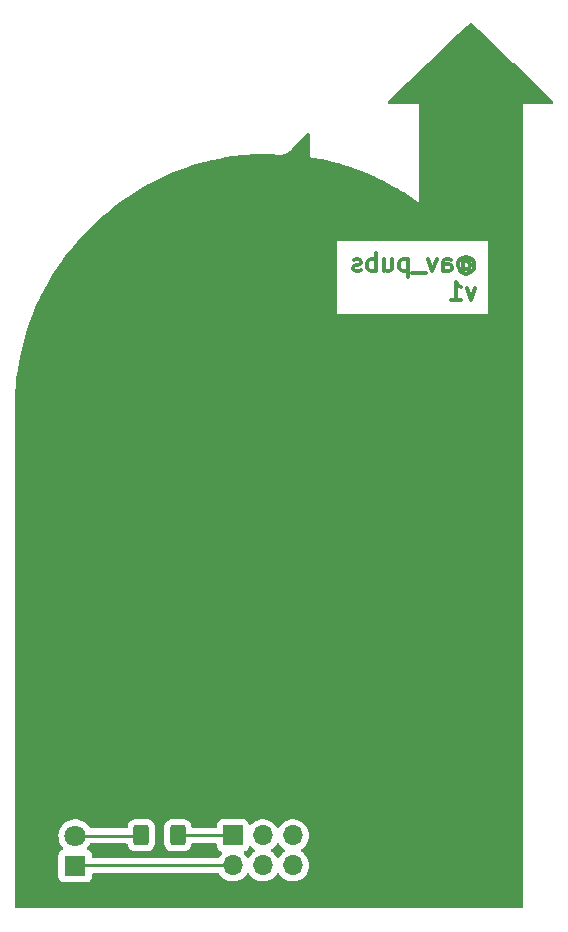
<source format=gbr>
G04 #@! TF.GenerationSoftware,KiCad,Pcbnew,(6.99.0-2452-gdb4f2d9dd8)*
G04 #@! TF.CreationDate,2022-08-02T18:55:21-05:00*
G04 #@! TF.ProjectId,AIAA,41494141-2e6b-4696-9361-645f70636258,rev?*
G04 #@! TF.SameCoordinates,Original*
G04 #@! TF.FileFunction,Copper,L2,Bot*
G04 #@! TF.FilePolarity,Positive*
%FSLAX46Y46*%
G04 Gerber Fmt 4.6, Leading zero omitted, Abs format (unit mm)*
G04 Created by KiCad (PCBNEW (6.99.0-2452-gdb4f2d9dd8)) date 2022-08-02 18:55:21*
%MOMM*%
%LPD*%
G01*
G04 APERTURE LIST*
G04 Aperture macros list*
%AMRoundRect*
0 Rectangle with rounded corners*
0 $1 Rounding radius*
0 $2 $3 $4 $5 $6 $7 $8 $9 X,Y pos of 4 corners*
0 Add a 4 corners polygon primitive as box body*
4,1,4,$2,$3,$4,$5,$6,$7,$8,$9,$2,$3,0*
0 Add four circle primitives for the rounded corners*
1,1,$1+$1,$2,$3*
1,1,$1+$1,$4,$5*
1,1,$1+$1,$6,$7*
1,1,$1+$1,$8,$9*
0 Add four rect primitives between the rounded corners*
20,1,$1+$1,$2,$3,$4,$5,0*
20,1,$1+$1,$4,$5,$6,$7,0*
20,1,$1+$1,$6,$7,$8,$9,0*
20,1,$1+$1,$8,$9,$2,$3,0*%
G04 Aperture macros list end*
%ADD10C,0.300000*%
G04 #@! TA.AperFunction,NonConductor*
%ADD11C,0.300000*%
G04 #@! TD*
G04 #@! TA.AperFunction,ComponentPad*
%ADD12R,1.800000X1.800000*%
G04 #@! TD*
G04 #@! TA.AperFunction,ComponentPad*
%ADD13C,1.800000*%
G04 #@! TD*
G04 #@! TA.AperFunction,ComponentPad*
%ADD14R,1.700000X1.700000*%
G04 #@! TD*
G04 #@! TA.AperFunction,ComponentPad*
%ADD15O,1.700000X1.700000*%
G04 #@! TD*
G04 #@! TA.AperFunction,SMDPad,CuDef*
%ADD16RoundRect,0.250000X-0.400000X-0.625000X0.400000X-0.625000X0.400000X0.625000X-0.400000X0.625000X0*%
G04 #@! TD*
G04 #@! TA.AperFunction,Conductor*
%ADD17C,0.250000*%
G04 #@! TD*
G04 APERTURE END LIST*
D10*
D11*
X100214285Y-115429285D02*
X100285714Y-115357857D01*
X100285714Y-115357857D02*
X100428571Y-115286428D01*
X100428571Y-115286428D02*
X100571428Y-115286428D01*
X100571428Y-115286428D02*
X100714285Y-115357857D01*
X100714285Y-115357857D02*
X100785714Y-115429285D01*
X100785714Y-115429285D02*
X100857142Y-115572142D01*
X100857142Y-115572142D02*
X100857142Y-115715000D01*
X100857142Y-115715000D02*
X100785714Y-115857857D01*
X100785714Y-115857857D02*
X100714285Y-115929285D01*
X100714285Y-115929285D02*
X100571428Y-116000714D01*
X100571428Y-116000714D02*
X100428571Y-116000714D01*
X100428571Y-116000714D02*
X100285714Y-115929285D01*
X100285714Y-115929285D02*
X100214285Y-115857857D01*
X100214285Y-115286428D02*
X100214285Y-115857857D01*
X100214285Y-115857857D02*
X100142857Y-115929285D01*
X100142857Y-115929285D02*
X100071428Y-115929285D01*
X100071428Y-115929285D02*
X99928571Y-115857857D01*
X99928571Y-115857857D02*
X99857142Y-115715000D01*
X99857142Y-115715000D02*
X99857142Y-115357857D01*
X99857142Y-115357857D02*
X100000000Y-115143571D01*
X100000000Y-115143571D02*
X100214285Y-115000714D01*
X100214285Y-115000714D02*
X100500000Y-114929285D01*
X100500000Y-114929285D02*
X100785714Y-115000714D01*
X100785714Y-115000714D02*
X101000000Y-115143571D01*
X101000000Y-115143571D02*
X101142857Y-115357857D01*
X101142857Y-115357857D02*
X101214285Y-115643571D01*
X101214285Y-115643571D02*
X101142857Y-115929285D01*
X101142857Y-115929285D02*
X101000000Y-116143571D01*
X101000000Y-116143571D02*
X100785714Y-116286428D01*
X100785714Y-116286428D02*
X100500000Y-116357857D01*
X100500000Y-116357857D02*
X100214285Y-116286428D01*
X100214285Y-116286428D02*
X100000000Y-116143571D01*
X98571429Y-116143571D02*
X98571429Y-115357857D01*
X98571429Y-115357857D02*
X98642857Y-115215000D01*
X98642857Y-115215000D02*
X98785714Y-115143571D01*
X98785714Y-115143571D02*
X99071429Y-115143571D01*
X99071429Y-115143571D02*
X99214286Y-115215000D01*
X98571429Y-116072142D02*
X98714286Y-116143571D01*
X98714286Y-116143571D02*
X99071429Y-116143571D01*
X99071429Y-116143571D02*
X99214286Y-116072142D01*
X99214286Y-116072142D02*
X99285714Y-115929285D01*
X99285714Y-115929285D02*
X99285714Y-115786428D01*
X99285714Y-115786428D02*
X99214286Y-115643571D01*
X99214286Y-115643571D02*
X99071429Y-115572142D01*
X99071429Y-115572142D02*
X98714286Y-115572142D01*
X98714286Y-115572142D02*
X98571429Y-115500714D01*
X98000000Y-115143571D02*
X97642857Y-116143571D01*
X97642857Y-116143571D02*
X97285714Y-115143571D01*
X97071429Y-116286428D02*
X95928571Y-116286428D01*
X95571429Y-115143571D02*
X95571429Y-116643571D01*
X95571429Y-115215000D02*
X95428572Y-115143571D01*
X95428572Y-115143571D02*
X95142857Y-115143571D01*
X95142857Y-115143571D02*
X95000000Y-115215000D01*
X95000000Y-115215000D02*
X94928572Y-115286428D01*
X94928572Y-115286428D02*
X94857143Y-115429285D01*
X94857143Y-115429285D02*
X94857143Y-115857857D01*
X94857143Y-115857857D02*
X94928572Y-116000714D01*
X94928572Y-116000714D02*
X95000000Y-116072142D01*
X95000000Y-116072142D02*
X95142857Y-116143571D01*
X95142857Y-116143571D02*
X95428572Y-116143571D01*
X95428572Y-116143571D02*
X95571429Y-116072142D01*
X93571429Y-115143571D02*
X93571429Y-116143571D01*
X94214286Y-115143571D02*
X94214286Y-115929285D01*
X94214286Y-115929285D02*
X94142857Y-116072142D01*
X94142857Y-116072142D02*
X94000000Y-116143571D01*
X94000000Y-116143571D02*
X93785714Y-116143571D01*
X93785714Y-116143571D02*
X93642857Y-116072142D01*
X93642857Y-116072142D02*
X93571429Y-116000714D01*
X92857143Y-116143571D02*
X92857143Y-114643571D01*
X92857143Y-115215000D02*
X92714286Y-115143571D01*
X92714286Y-115143571D02*
X92428571Y-115143571D01*
X92428571Y-115143571D02*
X92285714Y-115215000D01*
X92285714Y-115215000D02*
X92214286Y-115286428D01*
X92214286Y-115286428D02*
X92142857Y-115429285D01*
X92142857Y-115429285D02*
X92142857Y-115857857D01*
X92142857Y-115857857D02*
X92214286Y-116000714D01*
X92214286Y-116000714D02*
X92285714Y-116072142D01*
X92285714Y-116072142D02*
X92428571Y-116143571D01*
X92428571Y-116143571D02*
X92714286Y-116143571D01*
X92714286Y-116143571D02*
X92857143Y-116072142D01*
X91571428Y-116072142D02*
X91428571Y-116143571D01*
X91428571Y-116143571D02*
X91142857Y-116143571D01*
X91142857Y-116143571D02*
X91000000Y-116072142D01*
X91000000Y-116072142D02*
X90928571Y-115929285D01*
X90928571Y-115929285D02*
X90928571Y-115857857D01*
X90928571Y-115857857D02*
X91000000Y-115715000D01*
X91000000Y-115715000D02*
X91142857Y-115643571D01*
X91142857Y-115643571D02*
X91357143Y-115643571D01*
X91357143Y-115643571D02*
X91500000Y-115572142D01*
X91500000Y-115572142D02*
X91571428Y-115429285D01*
X91571428Y-115429285D02*
X91571428Y-115357857D01*
X91571428Y-115357857D02*
X91500000Y-115215000D01*
X91500000Y-115215000D02*
X91357143Y-115143571D01*
X91357143Y-115143571D02*
X91142857Y-115143571D01*
X91142857Y-115143571D02*
X91000000Y-115215000D01*
X101285714Y-117573571D02*
X100928571Y-118573571D01*
X100928571Y-118573571D02*
X100571428Y-117573571D01*
X99214285Y-118573571D02*
X100071428Y-118573571D01*
X99642857Y-118573571D02*
X99642857Y-117073571D01*
X99642857Y-117073571D02*
X99785714Y-117287857D01*
X99785714Y-117287857D02*
X99928571Y-117430714D01*
X99928571Y-117430714D02*
X100071428Y-117502142D01*
D12*
X67399999Y-166499999D03*
D13*
X67400000Y-163960000D03*
D14*
X80759999Y-163929999D03*
D15*
X80759999Y-166469999D03*
X83299999Y-163929999D03*
X83299999Y-166469999D03*
X85839999Y-163929999D03*
X85839999Y-166469999D03*
D16*
X73000000Y-163900000D03*
X76100000Y-163900000D03*
D17*
X80760000Y-166470000D02*
X67430000Y-166470000D01*
X67430000Y-166470000D02*
X67400000Y-166500000D01*
X73000000Y-163900000D02*
X72940000Y-163960000D01*
X72940000Y-163960000D02*
X67400000Y-163960000D01*
X80760000Y-163930000D02*
X76130000Y-163930000D01*
X76130000Y-163930000D02*
X76100000Y-163900000D01*
G04 #@! TA.AperFunction,NonConductor*
G36*
X82283439Y-164841388D02*
G01*
X82315755Y-164866638D01*
X82336526Y-164889201D01*
X82376760Y-164932906D01*
X82380879Y-164936112D01*
X82533364Y-165054797D01*
X82554424Y-165071189D01*
X82573354Y-165081433D01*
X82587680Y-165089186D01*
X82638071Y-165139199D01*
X82653423Y-165208516D01*
X82628863Y-165275129D01*
X82587681Y-165310813D01*
X82554424Y-165328811D01*
X82550313Y-165332010D01*
X82550311Y-165332012D01*
X82395861Y-165452227D01*
X82376760Y-165467094D01*
X82373228Y-165470931D01*
X82227806Y-165628899D01*
X82227803Y-165628903D01*
X82224278Y-165632732D01*
X82221427Y-165637096D01*
X82135483Y-165768643D01*
X82081479Y-165814732D01*
X82011132Y-165824307D01*
X81946774Y-165794330D01*
X81924517Y-165768643D01*
X81838573Y-165637096D01*
X81835722Y-165632732D01*
X81832197Y-165628903D01*
X81832194Y-165628899D01*
X81692525Y-165477180D01*
X81661104Y-165413515D01*
X81669091Y-165342969D01*
X81713949Y-165287940D01*
X81741191Y-165273787D01*
X81856204Y-165230889D01*
X81868536Y-165221658D01*
X81966050Y-165148659D01*
X81973261Y-165143261D01*
X82029610Y-165067988D01*
X82055489Y-165033418D01*
X82055490Y-165033416D01*
X82060889Y-165026204D01*
X82104998Y-164907944D01*
X82147545Y-164851108D01*
X82214065Y-164826297D01*
X82283439Y-164841388D01*
G37*
G04 #@! TD.AperFunction*
G04 #@! TA.AperFunction,NonConductor*
G36*
X84653226Y-164605670D02*
G01*
X84675483Y-164631357D01*
X84764278Y-164767268D01*
X84767803Y-164771097D01*
X84767806Y-164771101D01*
X84841459Y-164851108D01*
X84916760Y-164932906D01*
X84920879Y-164936112D01*
X85073364Y-165054797D01*
X85094424Y-165071189D01*
X85113354Y-165081433D01*
X85127680Y-165089186D01*
X85178071Y-165139199D01*
X85193423Y-165208516D01*
X85168863Y-165275129D01*
X85127681Y-165310813D01*
X85094424Y-165328811D01*
X85090313Y-165332010D01*
X85090311Y-165332012D01*
X84935861Y-165452227D01*
X84916760Y-165467094D01*
X84913228Y-165470931D01*
X84767806Y-165628899D01*
X84767803Y-165628903D01*
X84764278Y-165632732D01*
X84761427Y-165637096D01*
X84675483Y-165768643D01*
X84621479Y-165814732D01*
X84551132Y-165824307D01*
X84486774Y-165794330D01*
X84464517Y-165768643D01*
X84378573Y-165637096D01*
X84375722Y-165632732D01*
X84372197Y-165628903D01*
X84372194Y-165628899D01*
X84226772Y-165470931D01*
X84223240Y-165467094D01*
X84204139Y-165452227D01*
X84049689Y-165332012D01*
X84049687Y-165332010D01*
X84045576Y-165328811D01*
X84012320Y-165310814D01*
X83961929Y-165260801D01*
X83946577Y-165191484D01*
X83971137Y-165124871D01*
X84012320Y-165089186D01*
X84026647Y-165081433D01*
X84045576Y-165071189D01*
X84066637Y-165054797D01*
X84219121Y-164936112D01*
X84223240Y-164932906D01*
X84298541Y-164851108D01*
X84372194Y-164771101D01*
X84372197Y-164771097D01*
X84375722Y-164767268D01*
X84464517Y-164631357D01*
X84518521Y-164585268D01*
X84588868Y-164575693D01*
X84653226Y-164605670D01*
G37*
G04 #@! TD.AperFunction*
G04 #@! TA.AperFunction,NonConductor*
G36*
X100948606Y-95152341D02*
G01*
X100983984Y-95175369D01*
X101197199Y-95372148D01*
X101198209Y-95373092D01*
X101980452Y-96113065D01*
X101981014Y-96113597D01*
X101981548Y-96114105D01*
X103127322Y-97210746D01*
X103127638Y-97211049D01*
X104517366Y-98550465D01*
X104516914Y-98550934D01*
X104517072Y-98551053D01*
X104517508Y-98550602D01*
X104536310Y-98568778D01*
X107866354Y-101787914D01*
X107901429Y-101849641D01*
X107897564Y-101920532D01*
X107855986Y-101978080D01*
X107789895Y-102004014D01*
X107780693Y-102004490D01*
X106693888Y-102020990D01*
X106693885Y-102020790D01*
X106693753Y-102020820D01*
X106693756Y-102020992D01*
X105301007Y-102042138D01*
X105300911Y-102042098D01*
X105300812Y-102042139D01*
X105300807Y-102042141D01*
X105300804Y-102042141D01*
X105300728Y-102042174D01*
X105300528Y-102042256D01*
X105300526Y-102042260D01*
X105300522Y-102042262D01*
X105300443Y-102042461D01*
X105300370Y-102042639D01*
X105300372Y-102042643D01*
X105300370Y-102042647D01*
X105300411Y-102042742D01*
X105292579Y-115473531D01*
X105292538Y-115473631D01*
X105292579Y-115473730D01*
X105292343Y-130935034D01*
X105292302Y-130935133D01*
X105292343Y-130935232D01*
X105292343Y-169973493D01*
X105272341Y-170041614D01*
X105218685Y-170088107D01*
X105166343Y-170099493D01*
X62439843Y-170099493D01*
X62371722Y-170079491D01*
X62325229Y-170025835D01*
X62313843Y-169973493D01*
X62313843Y-163960000D01*
X65986673Y-163960000D01*
X65987103Y-163965189D01*
X66002779Y-164154368D01*
X66005949Y-164192626D01*
X66007230Y-164197684D01*
X66007230Y-164197685D01*
X66052739Y-164377394D01*
X66063251Y-164418907D01*
X66065343Y-164423677D01*
X66065344Y-164423679D01*
X66154921Y-164627893D01*
X66157016Y-164632669D01*
X66159866Y-164637031D01*
X66159868Y-164637035D01*
X66244954Y-164767268D01*
X66284686Y-164828083D01*
X66288211Y-164831912D01*
X66288214Y-164831916D01*
X66328349Y-164875513D01*
X66369843Y-164920587D01*
X66401263Y-164984251D01*
X66393276Y-165054797D01*
X66348418Y-165109826D01*
X66321174Y-165123979D01*
X66262242Y-165145960D01*
X66262238Y-165145962D01*
X66253796Y-165149111D01*
X66136739Y-165236739D01*
X66131341Y-165243950D01*
X66067815Y-165328811D01*
X66049111Y-165353796D01*
X65998011Y-165490799D01*
X65991500Y-165551362D01*
X65991500Y-167448638D01*
X65998011Y-167509201D01*
X66049111Y-167646204D01*
X66136739Y-167763261D01*
X66253796Y-167850889D01*
X66390799Y-167901989D01*
X66427705Y-167905957D01*
X66448012Y-167908140D01*
X66448015Y-167908140D01*
X66451362Y-167908500D01*
X68348638Y-167908500D01*
X68351985Y-167908140D01*
X68351988Y-167908140D01*
X68372295Y-167905957D01*
X68409201Y-167901989D01*
X68546204Y-167850889D01*
X68663261Y-167763261D01*
X68750889Y-167646204D01*
X68801989Y-167509201D01*
X68808500Y-167448638D01*
X68808500Y-167229500D01*
X68828502Y-167161379D01*
X68882158Y-167114886D01*
X68934500Y-167103500D01*
X79482962Y-167103500D01*
X79551083Y-167123502D01*
X79588444Y-167160583D01*
X79684278Y-167307268D01*
X79687803Y-167311097D01*
X79687806Y-167311101D01*
X79789360Y-167421417D01*
X79836760Y-167472906D01*
X80014424Y-167611189D01*
X80212426Y-167718342D01*
X80425365Y-167791444D01*
X80430499Y-167792301D01*
X80430504Y-167792302D01*
X80642294Y-167827643D01*
X80642296Y-167827643D01*
X80647431Y-167828500D01*
X80872569Y-167828500D01*
X80877704Y-167827643D01*
X80877706Y-167827643D01*
X81089496Y-167792302D01*
X81089501Y-167792301D01*
X81094635Y-167791444D01*
X81307574Y-167718342D01*
X81505576Y-167611189D01*
X81683240Y-167472906D01*
X81730640Y-167421417D01*
X81832194Y-167311101D01*
X81832197Y-167311097D01*
X81835722Y-167307268D01*
X81924517Y-167171357D01*
X81978521Y-167125268D01*
X82048868Y-167115693D01*
X82113226Y-167145670D01*
X82135483Y-167171357D01*
X82224278Y-167307268D01*
X82227803Y-167311097D01*
X82227806Y-167311101D01*
X82329360Y-167421417D01*
X82376760Y-167472906D01*
X82554424Y-167611189D01*
X82752426Y-167718342D01*
X82965365Y-167791444D01*
X82970499Y-167792301D01*
X82970504Y-167792302D01*
X83182294Y-167827643D01*
X83182296Y-167827643D01*
X83187431Y-167828500D01*
X83412569Y-167828500D01*
X83417704Y-167827643D01*
X83417706Y-167827643D01*
X83629496Y-167792302D01*
X83629501Y-167792301D01*
X83634635Y-167791444D01*
X83847574Y-167718342D01*
X84045576Y-167611189D01*
X84223240Y-167472906D01*
X84270640Y-167421417D01*
X84372194Y-167311101D01*
X84372197Y-167311097D01*
X84375722Y-167307268D01*
X84464517Y-167171357D01*
X84518521Y-167125268D01*
X84588868Y-167115693D01*
X84653226Y-167145670D01*
X84675483Y-167171357D01*
X84764278Y-167307268D01*
X84767803Y-167311097D01*
X84767806Y-167311101D01*
X84869360Y-167421417D01*
X84916760Y-167472906D01*
X85094424Y-167611189D01*
X85292426Y-167718342D01*
X85505365Y-167791444D01*
X85510499Y-167792301D01*
X85510504Y-167792302D01*
X85722294Y-167827643D01*
X85722296Y-167827643D01*
X85727431Y-167828500D01*
X85952569Y-167828500D01*
X85957704Y-167827643D01*
X85957706Y-167827643D01*
X86169496Y-167792302D01*
X86169501Y-167792301D01*
X86174635Y-167791444D01*
X86387574Y-167718342D01*
X86585576Y-167611189D01*
X86763240Y-167472906D01*
X86810640Y-167421417D01*
X86912194Y-167311101D01*
X86912197Y-167311097D01*
X86915722Y-167307268D01*
X87011036Y-167161379D01*
X87036008Y-167123157D01*
X87036010Y-167123153D01*
X87038860Y-167118791D01*
X87045568Y-167103500D01*
X87127200Y-166917394D01*
X87129296Y-166912616D01*
X87184564Y-166694368D01*
X87203156Y-166470000D01*
X87184564Y-166245632D01*
X87129296Y-166027384D01*
X87098509Y-165957196D01*
X87040954Y-165825982D01*
X87040952Y-165825978D01*
X87038860Y-165821209D01*
X87035783Y-165816498D01*
X86918573Y-165637096D01*
X86915722Y-165632732D01*
X86912197Y-165628903D01*
X86912194Y-165628899D01*
X86766772Y-165470931D01*
X86763240Y-165467094D01*
X86744139Y-165452227D01*
X86589689Y-165332012D01*
X86589687Y-165332010D01*
X86585576Y-165328811D01*
X86552320Y-165310814D01*
X86501929Y-165260801D01*
X86486577Y-165191484D01*
X86511137Y-165124871D01*
X86552320Y-165089186D01*
X86566647Y-165081433D01*
X86585576Y-165071189D01*
X86606637Y-165054797D01*
X86759121Y-164936112D01*
X86763240Y-164932906D01*
X86838541Y-164851108D01*
X86912194Y-164771101D01*
X86912197Y-164771097D01*
X86915722Y-164767268D01*
X86977579Y-164672589D01*
X87036008Y-164583157D01*
X87036010Y-164583153D01*
X87038860Y-164578791D01*
X87045568Y-164563500D01*
X87127200Y-164377394D01*
X87129296Y-164372616D01*
X87184564Y-164154368D01*
X87203156Y-163930000D01*
X87201976Y-163915763D01*
X87184995Y-163710828D01*
X87184994Y-163710823D01*
X87184564Y-163705632D01*
X87129296Y-163487384D01*
X87098509Y-163417196D01*
X87040954Y-163285982D01*
X87040952Y-163285978D01*
X87038860Y-163281209D01*
X87035783Y-163276498D01*
X86918573Y-163097096D01*
X86915722Y-163092732D01*
X86912197Y-163088903D01*
X86912194Y-163088899D01*
X86766772Y-162930931D01*
X86763240Y-162927094D01*
X86609711Y-162807596D01*
X86589689Y-162792012D01*
X86589687Y-162792010D01*
X86585576Y-162788811D01*
X86387574Y-162681658D01*
X86174635Y-162608556D01*
X86169501Y-162607699D01*
X86169496Y-162607698D01*
X85957706Y-162572357D01*
X85957704Y-162572357D01*
X85952569Y-162571500D01*
X85727431Y-162571500D01*
X85722296Y-162572357D01*
X85722294Y-162572357D01*
X85510504Y-162607698D01*
X85510499Y-162607699D01*
X85505365Y-162608556D01*
X85292426Y-162681658D01*
X85094424Y-162788811D01*
X85090313Y-162792010D01*
X85090311Y-162792012D01*
X85070289Y-162807596D01*
X84916760Y-162927094D01*
X84913228Y-162930931D01*
X84767806Y-163088899D01*
X84767803Y-163088903D01*
X84764278Y-163092732D01*
X84713470Y-163170500D01*
X84675483Y-163228643D01*
X84621479Y-163274732D01*
X84551132Y-163284307D01*
X84486774Y-163254330D01*
X84464517Y-163228643D01*
X84426530Y-163170500D01*
X84375722Y-163092732D01*
X84372197Y-163088903D01*
X84372194Y-163088899D01*
X84226772Y-162930931D01*
X84223240Y-162927094D01*
X84069711Y-162807596D01*
X84049689Y-162792012D01*
X84049687Y-162792010D01*
X84045576Y-162788811D01*
X83847574Y-162681658D01*
X83634635Y-162608556D01*
X83629501Y-162607699D01*
X83629496Y-162607698D01*
X83417706Y-162572357D01*
X83417704Y-162572357D01*
X83412569Y-162571500D01*
X83187431Y-162571500D01*
X83182296Y-162572357D01*
X83182294Y-162572357D01*
X82970504Y-162607698D01*
X82970499Y-162607699D01*
X82965365Y-162608556D01*
X82752426Y-162681658D01*
X82554424Y-162788811D01*
X82550313Y-162792010D01*
X82550311Y-162792012D01*
X82530289Y-162807596D01*
X82376760Y-162927094D01*
X82373228Y-162930931D01*
X82315755Y-162993362D01*
X82254901Y-163029933D01*
X82183937Y-163027798D01*
X82125392Y-162987636D01*
X82104998Y-162952056D01*
X82064038Y-162842239D01*
X82064037Y-162842237D01*
X82060889Y-162833796D01*
X81973261Y-162716739D01*
X81908413Y-162668194D01*
X81863418Y-162634511D01*
X81863416Y-162634510D01*
X81856204Y-162629111D01*
X81719201Y-162578011D01*
X81682295Y-162574043D01*
X81661988Y-162571860D01*
X81661985Y-162571860D01*
X81658638Y-162571500D01*
X79861362Y-162571500D01*
X79858015Y-162571860D01*
X79858012Y-162571860D01*
X79837705Y-162574043D01*
X79800799Y-162578011D01*
X79663796Y-162629111D01*
X79656584Y-162634510D01*
X79656582Y-162634511D01*
X79611587Y-162668194D01*
X79546739Y-162716739D01*
X79459111Y-162833796D01*
X79408011Y-162970799D01*
X79401500Y-163031362D01*
X79401500Y-163170500D01*
X79381498Y-163238621D01*
X79327842Y-163285114D01*
X79275500Y-163296500D01*
X77379643Y-163296500D01*
X77311522Y-163276498D01*
X77265029Y-163222842D01*
X77254295Y-163183304D01*
X77248586Y-163127412D01*
X77248585Y-163127408D01*
X77247887Y-163120574D01*
X77192115Y-162952262D01*
X77099030Y-162801348D01*
X76973652Y-162675970D01*
X76822738Y-162582885D01*
X76728023Y-162551500D01*
X76660952Y-162529275D01*
X76660948Y-162529274D01*
X76654426Y-162527113D01*
X76647592Y-162526415D01*
X76647588Y-162526414D01*
X76553729Y-162516825D01*
X76553723Y-162516825D01*
X76550545Y-162516500D01*
X76100071Y-162516500D01*
X75649456Y-162516501D01*
X75646279Y-162516826D01*
X75646270Y-162516826D01*
X75597533Y-162521805D01*
X75545574Y-162527113D01*
X75377262Y-162582885D01*
X75226348Y-162675970D01*
X75100970Y-162801348D01*
X75007885Y-162952262D01*
X74994266Y-162993362D01*
X74959893Y-163097096D01*
X74952113Y-163120574D01*
X74941500Y-163224455D01*
X74941501Y-164575544D01*
X74941826Y-164578721D01*
X74941826Y-164578730D01*
X74946805Y-164627467D01*
X74952113Y-164679426D01*
X75007885Y-164847738D01*
X75100970Y-164998652D01*
X75226348Y-165124030D01*
X75232595Y-165127883D01*
X75232596Y-165127884D01*
X75275765Y-165154511D01*
X75377262Y-165217115D01*
X75440807Y-165238171D01*
X75539048Y-165270725D01*
X75539052Y-165270726D01*
X75545574Y-165272887D01*
X75552408Y-165273585D01*
X75552412Y-165273586D01*
X75646271Y-165283175D01*
X75646277Y-165283175D01*
X75649455Y-165283500D01*
X76099929Y-165283500D01*
X76550544Y-165283499D01*
X76553721Y-165283174D01*
X76553730Y-165283174D01*
X76602467Y-165278195D01*
X76654426Y-165272887D01*
X76822738Y-165217115D01*
X76924235Y-165154511D01*
X76967404Y-165127884D01*
X76967405Y-165127883D01*
X76973652Y-165124030D01*
X77099030Y-164998652D01*
X77192115Y-164847738D01*
X77213171Y-164784193D01*
X77245725Y-164685952D01*
X77245726Y-164685948D01*
X77247887Y-164679426D01*
X77248586Y-164672588D01*
X77250027Y-164665855D01*
X77252384Y-164666360D01*
X77274985Y-164610963D01*
X77333087Y-164570162D01*
X77373514Y-164563500D01*
X79275500Y-164563500D01*
X79343621Y-164583502D01*
X79390114Y-164637158D01*
X79401500Y-164689500D01*
X79401500Y-164828638D01*
X79408011Y-164889201D01*
X79459111Y-165026204D01*
X79464510Y-165033416D01*
X79464511Y-165033418D01*
X79490390Y-165067988D01*
X79546739Y-165143261D01*
X79553950Y-165148659D01*
X79651465Y-165221658D01*
X79663796Y-165230889D01*
X79778808Y-165273787D01*
X79835642Y-165316333D01*
X79860453Y-165382853D01*
X79845361Y-165452227D01*
X79827475Y-165477180D01*
X79687806Y-165628899D01*
X79687803Y-165628903D01*
X79684278Y-165632732D01*
X79681431Y-165637090D01*
X79588445Y-165779416D01*
X79534441Y-165825504D01*
X79482962Y-165836500D01*
X68934500Y-165836500D01*
X68866379Y-165816498D01*
X68819886Y-165762842D01*
X68808500Y-165710500D01*
X68808500Y-165551362D01*
X68801989Y-165490799D01*
X68750889Y-165353796D01*
X68732186Y-165328811D01*
X68668659Y-165243950D01*
X68663261Y-165236739D01*
X68546204Y-165149111D01*
X68537762Y-165145962D01*
X68537758Y-165145960D01*
X68478826Y-165123979D01*
X68421991Y-165081433D01*
X68397180Y-165014912D01*
X68412272Y-164945538D01*
X68430156Y-164920589D01*
X68471651Y-164875513D01*
X68511786Y-164831916D01*
X68511789Y-164831912D01*
X68515314Y-164828083D01*
X68631279Y-164650585D01*
X68685282Y-164604496D01*
X68736762Y-164593500D01*
X71732654Y-164593500D01*
X71800775Y-164613502D01*
X71847268Y-164667158D01*
X71852259Y-164679867D01*
X71907885Y-164847738D01*
X72000970Y-164998652D01*
X72126348Y-165124030D01*
X72132595Y-165127883D01*
X72132596Y-165127884D01*
X72175765Y-165154511D01*
X72277262Y-165217115D01*
X72340807Y-165238171D01*
X72439048Y-165270725D01*
X72439052Y-165270726D01*
X72445574Y-165272887D01*
X72452408Y-165273585D01*
X72452412Y-165273586D01*
X72546271Y-165283175D01*
X72546277Y-165283175D01*
X72549455Y-165283500D01*
X72999929Y-165283500D01*
X73450544Y-165283499D01*
X73453721Y-165283174D01*
X73453730Y-165283174D01*
X73502467Y-165278195D01*
X73554426Y-165272887D01*
X73722738Y-165217115D01*
X73824235Y-165154511D01*
X73867404Y-165127884D01*
X73867405Y-165127883D01*
X73873652Y-165124030D01*
X73999030Y-164998652D01*
X74092115Y-164847738D01*
X74113171Y-164784193D01*
X74145725Y-164685952D01*
X74145726Y-164685948D01*
X74147887Y-164679426D01*
X74149141Y-164667158D01*
X74158175Y-164578729D01*
X74158175Y-164578723D01*
X74158500Y-164575545D01*
X74158499Y-163224456D01*
X74147887Y-163120574D01*
X74092115Y-162952262D01*
X73999030Y-162801348D01*
X73873652Y-162675970D01*
X73722738Y-162582885D01*
X73628023Y-162551500D01*
X73560952Y-162529275D01*
X73560948Y-162529274D01*
X73554426Y-162527113D01*
X73547592Y-162526415D01*
X73547588Y-162526414D01*
X73453729Y-162516825D01*
X73453723Y-162516825D01*
X73450545Y-162516500D01*
X73000071Y-162516500D01*
X72549456Y-162516501D01*
X72546279Y-162516826D01*
X72546270Y-162516826D01*
X72497533Y-162521805D01*
X72445574Y-162527113D01*
X72277262Y-162582885D01*
X72126348Y-162675970D01*
X72000970Y-162801348D01*
X71907885Y-162952262D01*
X71894266Y-162993362D01*
X71859893Y-163097096D01*
X71852113Y-163120574D01*
X71851415Y-163127408D01*
X71851414Y-163127412D01*
X71842639Y-163213306D01*
X71815817Y-163279041D01*
X71757713Y-163319840D01*
X71717291Y-163326500D01*
X68736762Y-163326500D01*
X68668641Y-163306498D01*
X68631279Y-163269415D01*
X68538503Y-163127411D01*
X68515314Y-163091917D01*
X68511789Y-163088088D01*
X68511786Y-163088084D01*
X68360752Y-162924019D01*
X68357220Y-162920182D01*
X68353108Y-162916981D01*
X68353102Y-162916976D01*
X68177130Y-162780011D01*
X68177128Y-162780009D01*
X68173017Y-162776810D01*
X68062015Y-162716739D01*
X67972312Y-162668194D01*
X67972309Y-162668193D01*
X67967727Y-162665713D01*
X67746951Y-162589920D01*
X67741817Y-162589063D01*
X67741812Y-162589062D01*
X67521849Y-162552357D01*
X67521846Y-162552357D01*
X67516712Y-162551500D01*
X67283288Y-162551500D01*
X67278154Y-162552357D01*
X67278151Y-162552357D01*
X67058188Y-162589062D01*
X67058183Y-162589063D01*
X67053049Y-162589920D01*
X66832273Y-162665713D01*
X66827691Y-162668193D01*
X66827688Y-162668194D01*
X66737985Y-162716739D01*
X66626983Y-162776810D01*
X66622872Y-162780009D01*
X66622870Y-162780011D01*
X66446898Y-162916976D01*
X66446892Y-162916981D01*
X66442780Y-162920182D01*
X66439248Y-162924019D01*
X66288214Y-163088084D01*
X66288211Y-163088088D01*
X66284686Y-163091917D01*
X66261497Y-163127411D01*
X66161016Y-163281209D01*
X66157016Y-163287331D01*
X66154921Y-163292107D01*
X66088561Y-163443393D01*
X66063251Y-163501093D01*
X66005949Y-163727374D01*
X65986673Y-163960000D01*
X62313843Y-163960000D01*
X62313843Y-129243827D01*
X62313682Y-127852868D01*
X62313689Y-127851502D01*
X62325440Y-126755839D01*
X62325478Y-126753823D01*
X62337742Y-126294978D01*
X62337881Y-126291540D01*
X62355600Y-125963944D01*
X62356051Y-125958115D01*
X62428729Y-125236961D01*
X62429205Y-125232896D01*
X62524683Y-124518821D01*
X62525301Y-124514719D01*
X62643464Y-123808762D01*
X62644225Y-123804636D01*
X62785117Y-123106530D01*
X62786025Y-123102394D01*
X62949616Y-122412297D01*
X62950670Y-122408164D01*
X63136971Y-121726017D01*
X63138169Y-121721904D01*
X63347210Y-121047588D01*
X63348551Y-121043509D01*
X63580335Y-120377028D01*
X63581815Y-120372998D01*
X63809622Y-119783500D01*
X89609357Y-119783500D01*
X102383500Y-119783500D01*
X102383500Y-113636500D01*
X89609357Y-113636500D01*
X89609357Y-119783500D01*
X63809622Y-119783500D01*
X63836323Y-119714405D01*
X63837934Y-119710437D01*
X64115223Y-119059585D01*
X64116959Y-119055694D01*
X64417003Y-118412643D01*
X64418855Y-118408841D01*
X64448408Y-118350682D01*
X64741716Y-117773468D01*
X64743632Y-117769848D01*
X65089317Y-117142151D01*
X65091367Y-117138570D01*
X65459818Y-116518652D01*
X65461933Y-116515221D01*
X65853256Y-115902905D01*
X65855470Y-115899560D01*
X66269779Y-115294694D01*
X66270706Y-115293380D01*
X66270723Y-115293373D01*
X66270740Y-115293332D01*
X66271783Y-115291853D01*
X66567339Y-114885112D01*
X66569148Y-114882685D01*
X66875035Y-114482317D01*
X66876886Y-114479952D01*
X67192846Y-114086219D01*
X67194739Y-114083917D01*
X67520430Y-113697169D01*
X67522366Y-113694924D01*
X67857551Y-113315392D01*
X67859498Y-113313238D01*
X68203961Y-112941126D01*
X68205918Y-112939061D01*
X68559293Y-112574732D01*
X68561310Y-112572702D01*
X68923355Y-112216386D01*
X68925452Y-112214369D01*
X69295945Y-111866281D01*
X69298096Y-111864307D01*
X69676720Y-111524750D01*
X69678917Y-111522825D01*
X70065406Y-111192051D01*
X70067649Y-111190176D01*
X70461860Y-110868336D01*
X70464094Y-110866555D01*
X70865666Y-110553987D01*
X70867990Y-110552222D01*
X71182143Y-110319265D01*
X71276593Y-110249226D01*
X71278982Y-110247497D01*
X71694434Y-109954261D01*
X71696880Y-109952577D01*
X72118826Y-109669417D01*
X72120231Y-109668500D01*
X72120279Y-109668480D01*
X72120285Y-109668464D01*
X72121513Y-109667663D01*
X72609645Y-109357817D01*
X72612572Y-109356015D01*
X73107966Y-109060200D01*
X73110940Y-109058479D01*
X73613413Y-108776734D01*
X73616433Y-108775094D01*
X73616515Y-108775051D01*
X74125753Y-108507498D01*
X74128803Y-108505948D01*
X74644627Y-108252639D01*
X74647719Y-108251173D01*
X74648233Y-108250938D01*
X75169782Y-108012248D01*
X75172926Y-108010861D01*
X75700933Y-107786433D01*
X75704116Y-107785131D01*
X76229882Y-107578412D01*
X76237824Y-107575290D01*
X76241032Y-107574079D01*
X76241903Y-107573764D01*
X76397141Y-107517572D01*
X76780052Y-107378970D01*
X76783306Y-107377842D01*
X77119689Y-107266381D01*
X77327544Y-107197508D01*
X77330773Y-107196487D01*
X77652295Y-107099623D01*
X77879738Y-107031102D01*
X77883054Y-107030152D01*
X78436562Y-106879794D01*
X78439904Y-106878935D01*
X78997629Y-106743719D01*
X79000998Y-106742951D01*
X79562661Y-106622984D01*
X79566053Y-106622308D01*
X80131468Y-106517678D01*
X80134881Y-106517095D01*
X80703592Y-106427942D01*
X80707067Y-106427447D01*
X80982334Y-106392119D01*
X80984907Y-106391816D01*
X81281876Y-106359895D01*
X81284233Y-106359664D01*
X81872222Y-106307619D01*
X81874470Y-106307440D01*
X82517798Y-106262086D01*
X82517882Y-106262080D01*
X82517959Y-106262080D01*
X82517974Y-106262074D01*
X82517995Y-106262072D01*
X82666860Y-106251240D01*
X82669484Y-106251077D01*
X82842193Y-106242128D01*
X82844662Y-106242024D01*
X82964077Y-106238183D01*
X83073254Y-106234672D01*
X83076036Y-106234613D01*
X83352219Y-106231902D01*
X83354486Y-106231901D01*
X83416309Y-106232440D01*
X83507058Y-106233232D01*
X83508785Y-106233259D01*
X83670344Y-106236883D01*
X83672202Y-106236938D01*
X83822695Y-106242536D01*
X83841413Y-106243232D01*
X83843399Y-106243322D01*
X83863619Y-106244396D01*
X84019279Y-106252665D01*
X84021372Y-106252794D01*
X84202771Y-106265553D01*
X84204941Y-106265726D01*
X84380794Y-106281382D01*
X84391914Y-106282372D01*
X84391806Y-106283588D01*
X84391920Y-106283628D01*
X84392030Y-106282382D01*
X84392109Y-106282389D01*
X84391997Y-106283654D01*
X84392005Y-106283657D01*
X84392111Y-106282388D01*
X84438595Y-106286260D01*
X84501753Y-106291521D01*
X84501885Y-106291532D01*
X84501893Y-106291536D01*
X84501979Y-106291540D01*
X84502073Y-106291548D01*
X84501927Y-106293266D01*
X84501998Y-106293271D01*
X84502082Y-106291545D01*
X84605372Y-106296562D01*
X84605312Y-106297793D01*
X84605368Y-106297795D01*
X84605382Y-106296566D01*
X84605473Y-106296567D01*
X84605560Y-106296571D01*
X84605503Y-106297800D01*
X84605559Y-106297802D01*
X84605570Y-106296568D01*
X84702769Y-106297400D01*
X84702890Y-106297401D01*
X84702900Y-106297405D01*
X84702977Y-106297402D01*
X84703075Y-106297403D01*
X84703060Y-106298882D01*
X84703142Y-106298881D01*
X84703087Y-106297398D01*
X84794954Y-106293994D01*
X84794993Y-106295052D01*
X84795060Y-106295048D01*
X84794967Y-106293998D01*
X84795057Y-106293990D01*
X84795139Y-106293987D01*
X84795178Y-106295042D01*
X84795245Y-106295038D01*
X84795151Y-106293982D01*
X84882089Y-106286282D01*
X84882169Y-106287188D01*
X84882418Y-106287163D01*
X84882286Y-106286260D01*
X84964813Y-106274213D01*
X84965010Y-106275562D01*
X84965101Y-106275545D01*
X84964828Y-106274216D01*
X84964906Y-106274200D01*
X84964993Y-106274187D01*
X84965193Y-106275528D01*
X84965286Y-106275511D01*
X84965007Y-106274178D01*
X85043643Y-106257727D01*
X85043813Y-106258541D01*
X85044056Y-106258481D01*
X85043834Y-106257680D01*
X85119096Y-106236770D01*
X85119275Y-106237415D01*
X85119506Y-106237344D01*
X85119284Y-106236712D01*
X85191696Y-106211284D01*
X85192046Y-106212280D01*
X85192127Y-106212249D01*
X85191715Y-106211284D01*
X85191797Y-106211249D01*
X85191868Y-106211224D01*
X85192216Y-106212214D01*
X85192295Y-106212183D01*
X85191880Y-106211213D01*
X85261959Y-106181214D01*
X85262352Y-106182133D01*
X85262425Y-106182100D01*
X85261976Y-106181213D01*
X85262049Y-106181176D01*
X85262126Y-106181143D01*
X85262518Y-106182057D01*
X85262591Y-106182024D01*
X85262138Y-106181131D01*
X85330401Y-106146505D01*
X85330926Y-106147540D01*
X85331001Y-106147499D01*
X85330417Y-106146503D01*
X85330492Y-106146459D01*
X85330563Y-106146423D01*
X85331085Y-106147453D01*
X85331161Y-106147412D01*
X85330573Y-106146411D01*
X85397541Y-106107103D01*
X85398119Y-106108087D01*
X85398184Y-106108047D01*
X85397557Y-106107100D01*
X85397634Y-106107049D01*
X85397700Y-106107010D01*
X85398278Y-106107989D01*
X85398341Y-106107951D01*
X85397708Y-106107000D01*
X85463902Y-106062950D01*
X85464687Y-106064129D01*
X85464753Y-106064082D01*
X85463914Y-106062947D01*
X85463983Y-106062896D01*
X85464055Y-106062848D01*
X85464838Y-106064022D01*
X85464904Y-106063974D01*
X85464062Y-106062837D01*
X85529998Y-106013993D01*
X85530689Y-106014925D01*
X85530887Y-106014777D01*
X85530154Y-106013873D01*
X85596354Y-105960174D01*
X85597270Y-105961303D01*
X85597313Y-105961266D01*
X85596362Y-105960171D01*
X85596423Y-105960118D01*
X85596499Y-105960056D01*
X85597415Y-105961179D01*
X85597460Y-105961140D01*
X85596504Y-105960047D01*
X85663484Y-105901438D01*
X85664300Y-105902371D01*
X85664487Y-105902202D01*
X85663630Y-105901305D01*
X85802147Y-105769000D01*
X85803151Y-105770051D01*
X85803198Y-105770005D01*
X85802156Y-105768996D01*
X85802217Y-105768933D01*
X85802283Y-105768870D01*
X85803284Y-105769919D01*
X85803331Y-105769872D01*
X85802287Y-105768861D01*
X85950156Y-105616227D01*
X85951145Y-105617185D01*
X85951308Y-105617022D01*
X85950293Y-105616084D01*
X86290680Y-105248051D01*
X86290846Y-105247872D01*
X86491428Y-105031838D01*
X86492470Y-105030729D01*
X86718108Y-104793522D01*
X86719607Y-104791973D01*
X86752705Y-104758349D01*
X86975020Y-104532500D01*
X86976817Y-104530711D01*
X87055391Y-104454074D01*
X87118123Y-104420829D01*
X87188870Y-104426777D01*
X87245171Y-104470030D01*
X87269362Y-104543017D01*
X87274235Y-105031838D01*
X87277684Y-105377854D01*
X87273251Y-105377898D01*
X87273240Y-105378117D01*
X87277687Y-105378057D01*
X87288553Y-106177094D01*
X87284010Y-106177156D01*
X87284008Y-106177202D01*
X87288555Y-106177098D01*
X87293475Y-106392119D01*
X87294118Y-106420239D01*
X87294087Y-106420353D01*
X87294120Y-106420352D01*
X87294122Y-106420443D01*
X87294063Y-106420444D01*
X87294060Y-106420454D01*
X87294125Y-106420451D01*
X87298844Y-106509906D01*
X87298816Y-106509953D01*
X87298826Y-106509992D01*
X87298810Y-106510031D01*
X87298856Y-106510143D01*
X87298857Y-106510157D01*
X87298879Y-106510203D01*
X87298917Y-106510355D01*
X87298952Y-106510376D01*
X87298968Y-106510414D01*
X87298982Y-106510420D01*
X87298989Y-106510434D01*
X87299139Y-106510487D01*
X87299181Y-106510512D01*
X87299219Y-106510518D01*
X87299252Y-106510531D01*
X87299264Y-106510531D01*
X87299380Y-106510572D01*
X87299430Y-106510548D01*
X87310516Y-106512157D01*
X87368184Y-106520526D01*
X87452431Y-106532753D01*
X87455444Y-106533228D01*
X87663332Y-106568599D01*
X87665483Y-106568986D01*
X88188483Y-106667783D01*
X88190502Y-106668181D01*
X88336796Y-106698330D01*
X88747502Y-106782972D01*
X88749236Y-106783343D01*
X88936035Y-106824588D01*
X88996400Y-106837917D01*
X88999810Y-106838670D01*
X89001574Y-106839072D01*
X89212637Y-106888865D01*
X89215541Y-106889587D01*
X89645253Y-107001800D01*
X89648349Y-107002651D01*
X89746953Y-107031102D01*
X90079820Y-107127147D01*
X90081556Y-107127648D01*
X90084500Y-107128536D01*
X90520478Y-107265943D01*
X90523295Y-107266868D01*
X90797680Y-107360498D01*
X90960859Y-107416181D01*
X90963532Y-107417127D01*
X91169574Y-107492725D01*
X91401783Y-107577925D01*
X91404405Y-107578920D01*
X91842259Y-107750723D01*
X91844810Y-107751756D01*
X92152733Y-107880408D01*
X92281227Y-107934093D01*
X92283687Y-107935152D01*
X92457571Y-108012249D01*
X92717685Y-108127579D01*
X92720143Y-108128700D01*
X93150750Y-108330775D01*
X93153163Y-108331939D01*
X93579227Y-108543134D01*
X93581646Y-108544366D01*
X94002181Y-108764229D01*
X94004600Y-108765527D01*
X94418665Y-108993629D01*
X94421081Y-108994996D01*
X94827583Y-109230832D01*
X94830000Y-109232270D01*
X95014992Y-109345283D01*
X95227982Y-109475401D01*
X95230477Y-109476966D01*
X95618829Y-109726864D01*
X95621325Y-109728512D01*
X95998607Y-109984411D01*
X95998648Y-109984449D01*
X95998801Y-109984543D01*
X95999886Y-109985279D01*
X95999914Y-109985298D01*
X96000348Y-109985595D01*
X96000368Y-109985645D01*
X96000502Y-109985701D01*
X96000793Y-109985900D01*
X96187780Y-110115138D01*
X96187437Y-110115634D01*
X96187608Y-110115745D01*
X96187944Y-110115250D01*
X96344033Y-110221206D01*
X96342398Y-110223615D01*
X96342431Y-110223638D01*
X96344034Y-110221208D01*
X96344081Y-110221239D01*
X96344193Y-110221315D01*
X96342556Y-110223728D01*
X96342592Y-110223754D01*
X96344198Y-110221316D01*
X96452821Y-110292876D01*
X96451662Y-110294635D01*
X96451712Y-110294666D01*
X96452826Y-110292883D01*
X96452922Y-110292943D01*
X96452982Y-110292982D01*
X96451836Y-110294744D01*
X96451880Y-110294772D01*
X96452988Y-110292983D01*
X96484338Y-110312409D01*
X96484148Y-110312716D01*
X96484345Y-110312827D01*
X96484508Y-110312504D01*
X96487389Y-110313957D01*
X96487391Y-110313957D01*
X96497773Y-110319191D01*
X96497778Y-110319205D01*
X96497783Y-110319207D01*
X96497786Y-110319214D01*
X96497960Y-110319286D01*
X96498032Y-110319322D01*
X96498046Y-110319323D01*
X96498157Y-110319372D01*
X96498245Y-110319338D01*
X96498339Y-110319345D01*
X96498431Y-110319265D01*
X96498543Y-110319222D01*
X96498545Y-110319217D01*
X96498552Y-110319214D01*
X96498586Y-110319132D01*
X96498652Y-110319075D01*
X96498661Y-110318955D01*
X96498667Y-110318941D01*
X96498667Y-110318935D01*
X96498710Y-110318831D01*
X96498676Y-110318749D01*
X96498683Y-110318661D01*
X96498673Y-110318650D01*
X96498765Y-110314499D01*
X96505879Y-109991626D01*
X96508160Y-109991676D01*
X96508159Y-109991653D01*
X96505880Y-109991623D01*
X96505881Y-109991546D01*
X96505883Y-109991433D01*
X96508154Y-109991473D01*
X96508153Y-109991444D01*
X96505881Y-109991429D01*
X96511788Y-109100234D01*
X96516563Y-109100266D01*
X96516565Y-109100241D01*
X96511787Y-109100232D01*
X96511986Y-108993378D01*
X96517243Y-106170836D01*
X96517284Y-106170737D01*
X96517243Y-106170637D01*
X96517243Y-102022743D01*
X96517284Y-102022646D01*
X96517283Y-102022644D01*
X96517284Y-102022642D01*
X96517209Y-102022460D01*
X96517129Y-102022262D01*
X96517127Y-102022261D01*
X96517126Y-102022259D01*
X96516908Y-102022169D01*
X96516846Y-102022143D01*
X96516845Y-102022143D01*
X96516743Y-102022101D01*
X96516645Y-102022141D01*
X95113328Y-102010993D01*
X95113350Y-102008237D01*
X95113281Y-102008248D01*
X95113259Y-102010992D01*
X95113133Y-102010991D01*
X95094905Y-102010846D01*
X94018879Y-102002298D01*
X93950921Y-101981756D01*
X93904856Y-101927733D01*
X93895310Y-101857381D01*
X93925314Y-101793036D01*
X93932277Y-101785740D01*
X97258967Y-98567715D01*
X97276524Y-98550731D01*
X97276880Y-98550545D01*
X97276802Y-98550464D01*
X99810905Y-96114153D01*
X99811613Y-96113478D01*
X100593182Y-95373663D01*
X100595428Y-95371588D01*
X100814159Y-95174382D01*
X100878147Y-95143623D01*
X100948606Y-95152341D01*
G37*
G04 #@! TD.AperFunction*
M02*

</source>
